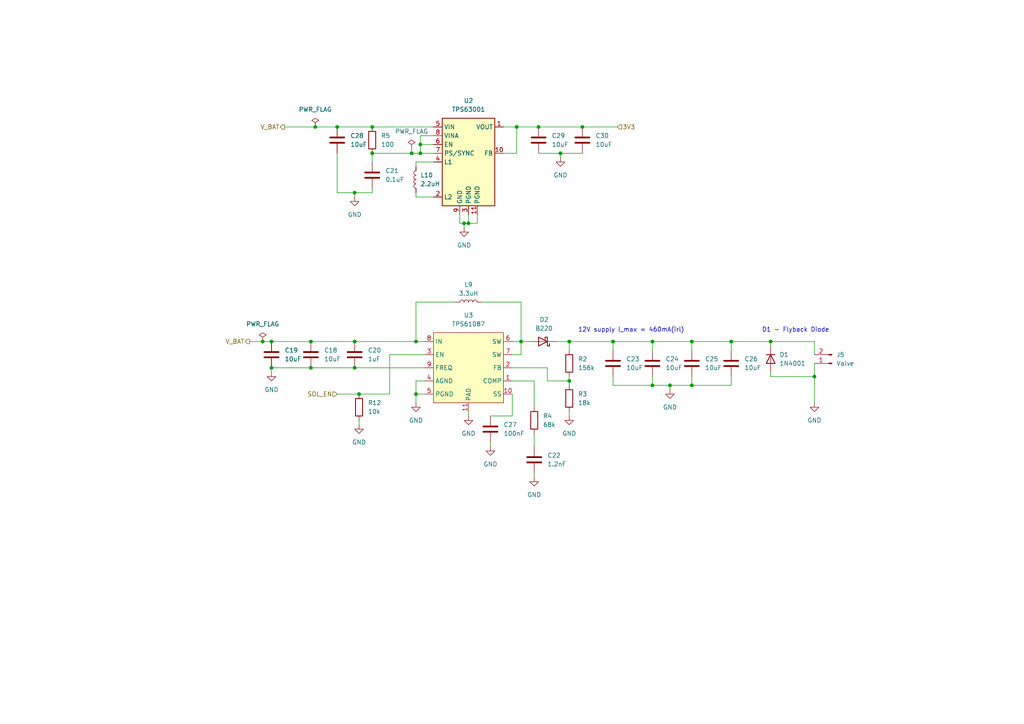
<source format=kicad_sch>
(kicad_sch (version 20230121) (generator eeschema)
  (paper "A4")
  (lib_symbols
    (symbol "Connector:Conn_01x02_Pin" (pin_names (offset 1.016) hide)
      (property "Reference" "J" (at 0 2.54 0))
      (property "Value" "Conn_01x02_Pin" (at 0 -5.08 0))
      (symbol "Conn_01x02_Pin_1_1"
        (polyline (pts (xy 1.27 -2.54) (xy 0.8636 -2.54)) (stroke (width 0.1524)))
        (polyline (pts (xy 1.27 0) (xy 0.8636 0)) (stroke (width 0.1524)))
        (rectangle (start 0.8636 -2.413) (end 0 -2.667) (stroke (width 0.1524)) (fill (type outline)))
        (rectangle (start 0.8636 0.127) (end 0 -0.127) (stroke (width 0.1524)) (fill (type outline)))
        (pin passive line (at 5.08 0 180) (length 3.81) (name "Pin_1") (number "1"))
        (pin passive line (at 5.08 -2.54 180) (length 3.81) (name "Pin_2") (number "2"))
      )
    )
    (symbol "Device:C" (pin_numbers hide) (pin_names (offset 0.254))
      (property "Reference" "C" (at 0.635 2.54 0))
      (property "Value" "C" (at 0.635 -2.54 0))
      (symbol "C_0_1"
        (polyline (pts (xy -2.032 -0.762) (xy 2.032 -0.762)) (stroke (width 0.508)))
        (polyline (pts (xy -2.032 0.762) (xy 2.032 0.762)) (stroke (width 0.508)))
      )
      (symbol "C_1_1"
        (pin passive line (at 0 3.81 270) (length 2.794) (name "~") (number "1"))
        (pin passive line (at 0 -3.81 90) (length 2.794) (name "~") (number "2"))
      )
    )
    (symbol "Device:L" (pin_numbers hide) (pin_names (offset 1.016) hide)
      (property "Reference" "L" (at -1.27 0 90))
      (property "Value" "L" (at 1.905 0 90))
      (symbol "L_0_1"
        (arc (start 0 -2.54) (mid 0.6323 -1.905) (end 0 -1.27))
        (arc (start 0 -1.27) (mid 0.6323 -0.635) (end 0 0))
        (arc (start 0 0) (mid 0.6323 0.635) (end 0 1.27))
        (arc (start 0 1.27) (mid 0.6323 1.905) (end 0 2.54))
      )
      (symbol "L_1_1"
        (pin passive line (at 0 3.81 270) (length 1.27) (name "1") (number "1"))
        (pin passive line (at 0 -3.81 90) (length 1.27) (name "2") (number "2"))
      )
    )
    (symbol "Device:R" (pin_numbers hide) (pin_names (offset 0))
      (property "Reference" "R" (at 2.032 0 90))
      (property "Value" "R" (at 0 0 90))
      (symbol "R_0_1"
        (rectangle (start -1.016 -2.54) (end 1.016 2.54) (stroke (width 0.254)))
      )
      (symbol "R_1_1"
        (pin passive line (at 0 3.81 270) (length 1.27) (name "~") (number "1"))
        (pin passive line (at 0 -3.81 90) (length 1.27) (name "~") (number "2"))
      )
    )
    (symbol "Diode:1N4001" (pin_numbers hide) (pin_names hide)
      (property "Reference" "D" (at 0 2.54 0))
      (property "Value" "1N4001" (at 0 -2.54 0))
      (symbol "1N4001_0_1"
        (polyline (pts (xy -1.27 1.27) (xy -1.27 -1.27)) (stroke (width 0.254)))
        (polyline (pts (xy 1.27 0) (xy -1.27 0)))
        (polyline (pts (xy 1.27 1.27) (xy 1.27 -1.27) (xy -1.27 0) (xy 1.27 1.27)) (stroke (width 0.254)))
      )
      (symbol "1N4001_1_1"
        (pin passive line (at -3.81 0 0) (length 2.54) (name "K") (number "1"))
        (pin passive line (at 3.81 0 180) (length 2.54) (name "A") (number "2"))
      )
    )
    (symbol "Diode:B220" (pin_numbers hide) (pin_names (offset 1.016) hide)
      (property "Reference" "D" (at 0 2.54 0))
      (property "Value" "B220" (at 0 -2.54 0))
      (symbol "B220_0_1"
        (polyline (pts (xy 1.27 0) (xy -1.27 0)))
        (polyline (pts (xy 1.27 1.27) (xy 1.27 -1.27) (xy -1.27 0) (xy 1.27 1.27)) (stroke (width 0.254)))
        (polyline (pts (xy -1.905 0.635) (xy -1.905 1.27) (xy -1.27 1.27) (xy -1.27 -1.27) (xy -0.635 -1.27) (xy -0.635 -0.635)) (stroke (width 0.254)))
      )
      (symbol "B220_1_1"
        (pin passive line (at -3.81 0 0) (length 2.54) (name "K") (number "1"))
        (pin passive line (at 3.81 0 180) (length 2.54) (name "A") (number "2"))
      )
    )
    (symbol "Regulator_Switching:TPS63001"
      (property "Reference" "U2" (at 0 17.78 0))
      (property "Value" "TPS63001" (at 0 15.24 0))
      (symbol "TPS63001_0_1"
        (rectangle (start -7.62 12.7) (end 7.62 -12.7) (stroke (width 0.254)) (fill (type background)))
      )
      (symbol "TPS63001_1_1"
        (pin power_out line (at 10.16 10.16 180) (length 2.54) (name "VOUT") (number "1"))
        (pin input line (at 10.16 2.54 180) (length 2.54) (name "FB") (number "10"))
        (pin passive line (at 2.54 -15.24 90) (length 2.54) (name "PGND") (number "11"))
        (pin input line (at -10.16 -10.16 0) (length 2.54) (name "L2") (number "2"))
        (pin power_in line (at 0 -15.24 90) (length 2.54) (name "PGND") (number "3"))
        (pin input line (at -10.16 0 0) (length 2.54) (name "L1") (number "4"))
        (pin power_in line (at -10.16 10.16 0) (length 2.54) (name "VIN") (number "5"))
        (pin input line (at -10.16 5.08 0) (length 2.54) (name "EN") (number "6"))
        (pin input line (at -10.16 2.54 0) (length 2.54) (name "PS/SYNC") (number "7"))
        (pin power_in line (at -10.16 7.62 0) (length 2.54) (name "VINA") (number "8"))
        (pin power_in line (at -2.54 -15.24 90) (length 2.54) (name "GND") (number "9"))
      )
    )
    (symbol "custom_library:TPS61087"
      (property "Reference" "U3" (at -3.81 26.67 0))
      (property "Value" "TPS61087" (at -3.81 24.13 0))
      (symbol "TPS61087_1_1"
        (rectangle (start -13.97 21.59) (end 6.35 1.27) (fill (type background)))
        (pin input line (at 8.89 7.62 180) (length 2.54) (name "COMP") (number "1"))
        (pin input line (at 8.89 3.81 180) (length 2.54) (name "SS") (number "10"))
        (pin passive line (at -3.81 -1.27 90) (length 2.54) (name "PAD") (number "11"))
        (pin input line (at 8.89 11.43 180) (length 2.54) (name "FB") (number "2"))
        (pin input line (at -16.51 15.24 0) (length 2.54) (name "EN") (number "3"))
        (pin input line (at -16.51 7.62 0) (length 2.54) (name "AGND") (number "4"))
        (pin input line (at -16.51 3.81 0) (length 2.54) (name "PGND") (number "5"))
        (pin input line (at 8.89 19.05 180) (length 2.54) (name "SW") (number "6"))
        (pin input line (at 8.89 15.24 180) (length 2.54) (name "SW") (number "7"))
        (pin power_in line (at -16.51 19.05 0) (length 2.54) (name "IN") (number "8"))
        (pin input line (at -16.51 11.43 0) (length 2.54) (name "FREQ") (number "9"))
      )
    )
    (symbol "power:GND" (power) (pin_names (offset 0))
      (property "Value" "GND" (at 0 -3.81 0))
      (symbol "GND_0_1"
        (polyline (pts (xy 0 0) (xy 0 -1.27) (xy 1.27 -1.27) (xy 0 -2.54) (xy -1.27 -1.27) (xy 0 -1.27)))
      )
      (symbol "GND_1_1"
        (pin power_in line (at 0 0 270) (length 0) hide (name "GND") (number "1"))
      )
    )
    (symbol "power:PWR_FLAG" (power) (pin_numbers hide) (pin_names (offset 0) hide)
      (property "Value" "PWR_FLAG" (at 0 3.81 0))
      (symbol "PWR_FLAG_0_0"
        (pin power_out line (at 0 0 90) (length 0) (name "pwr") (number "1"))
      )
      (symbol "PWR_FLAG_0_1"
        (polyline (pts (xy 0 0) (xy 0 1.27) (xy -1.016 1.905) (xy 0 2.54) (xy 1.016 1.905) (xy 0 1.27)))
      )
    )
  )
  (junction (at 177.8 99.06))
  (junction (at 102.87 99.06))
  (junction (at 107.95 44.45))
  (junction (at 200.66 99.06))
  (junction (at 120.65 114.3))
  (junction (at 90.17 99.06))
  (junction (at 121.92 41.91))
  (junction (at 236.22 109.22))
  (junction (at 97.79 36.83))
  (junction (at 121.92 44.45))
  (junction (at 102.87 106.68))
  (junction (at 134.62 64.77))
  (junction (at 189.23 99.06))
  (junction (at 76.2 99.06))
  (junction (at 149.86 36.83))
  (junction (at 212.09 99.06))
  (junction (at 165.1 99.06))
  (junction (at 200.66 111.76))
  (junction (at 78.74 99.06))
  (junction (at 107.95 36.83))
  (junction (at 151.13 99.06))
  (junction (at 102.87 55.88))
  (junction (at 119.38 44.45))
  (junction (at 78.74 106.68))
  (junction (at 223.52 99.06))
  (junction (at 194.31 111.76))
  (junction (at 162.56 44.45))
  (junction (at 120.65 99.06))
  (junction (at 135.89 64.77))
  (junction (at 90.17 106.68))
  (junction (at 165.1 110.49))
  (junction (at 104.14 114.3))
  (junction (at 156.21 36.83))
  (junction (at 168.91 36.83))
  (junction (at 189.23 111.76))
  (junction (at 91.44 36.83))
  (wire (pts (xy 120.65 99.06) (xy 123.19 99.06)))
  (wire (pts (xy 154.94 125.73) (xy 154.94 129.54)))
  (wire (pts (xy 156.21 36.83) (xy 168.91 36.83)))
  (wire (pts (xy 135.89 119.38) (xy 135.89 120.65)))
  (wire (pts (xy 120.65 110.49) (xy 123.19 110.49)))
  (wire (pts (xy 90.17 99.06) (xy 102.87 99.06)))
  (wire (pts (xy 120.65 87.63) (xy 132.08 87.63)))
  (wire (pts (xy 158.75 106.68) (xy 158.75 110.49)))
  (wire (pts (xy 236.22 109.22) (xy 236.22 116.84)))
  (wire (pts (xy 151.13 99.06) (xy 148.59 99.06)))
  (wire (pts (xy 90.17 106.68) (xy 102.87 106.68)))
  (wire (pts (xy 189.23 111.76) (xy 194.31 111.76)))
  (wire (pts (xy 177.8 101.6) (xy 177.8 99.06)))
  (wire (pts (xy 146.05 44.45) (xy 149.86 44.45)))
  (wire (pts (xy 177.8 111.76) (xy 189.23 111.76)))
  (wire (pts (xy 165.1 111.76) (xy 165.1 110.49)))
  (wire (pts (xy 177.8 99.06) (xy 189.23 99.06)))
  (wire (pts (xy 212.09 99.06) (xy 223.52 99.06)))
  (wire (pts (xy 236.22 99.06) (xy 236.22 102.87)))
  (wire (pts (xy 154.94 110.49) (xy 154.94 118.11)))
  (wire (pts (xy 97.79 36.83) (xy 107.95 36.83)))
  (wire (pts (xy 148.59 102.87) (xy 151.13 102.87)))
  (wire (pts (xy 236.22 105.41) (xy 236.22 109.22)))
  (wire (pts (xy 107.95 55.88) (xy 107.95 54.61)))
  (wire (pts (xy 119.38 43.18) (xy 119.38 44.45)))
  (wire (pts (xy 151.13 87.63) (xy 151.13 99.06)))
  (wire (pts (xy 125.73 44.45) (xy 121.92 44.45)))
  (wire (pts (xy 97.79 114.3) (xy 104.14 114.3)))
  (wire (pts (xy 125.73 46.99) (xy 120.65 46.99)))
  (wire (pts (xy 223.52 107.95) (xy 223.52 109.22)))
  (wire (pts (xy 223.52 109.22) (xy 236.22 109.22)))
  (wire (pts (xy 133.35 62.23) (xy 133.35 64.77)))
  (wire (pts (xy 165.1 99.06) (xy 177.8 99.06)))
  (wire (pts (xy 212.09 101.6) (xy 212.09 99.06)))
  (wire (pts (xy 151.13 99.06) (xy 153.67 99.06)))
  (wire (pts (xy 134.62 66.04) (xy 134.62 64.77)))
  (wire (pts (xy 102.87 57.15) (xy 102.87 55.88)))
  (wire (pts (xy 78.74 106.68) (xy 90.17 106.68)))
  (wire (pts (xy 121.92 44.45) (xy 121.92 41.91)))
  (wire (pts (xy 107.95 44.45) (xy 119.38 44.45)))
  (wire (pts (xy 102.87 99.06) (xy 120.65 99.06)))
  (wire (pts (xy 200.66 109.22) (xy 200.66 111.76)))
  (wire (pts (xy 223.52 100.33) (xy 223.52 99.06)))
  (wire (pts (xy 120.65 110.49) (xy 120.65 114.3)))
  (wire (pts (xy 168.91 36.83) (xy 179.07 36.83)))
  (wire (pts (xy 154.94 110.49) (xy 148.59 110.49)))
  (wire (pts (xy 120.65 114.3) (xy 120.65 116.84)))
  (wire (pts (xy 158.75 110.49) (xy 165.1 110.49)))
  (wire (pts (xy 161.29 99.06) (xy 165.1 99.06)))
  (wire (pts (xy 165.1 120.65) (xy 165.1 119.38)))
  (wire (pts (xy 148.59 114.3) (xy 148.59 120.65)))
  (wire (pts (xy 97.79 44.45) (xy 97.79 55.88)))
  (wire (pts (xy 120.65 57.15) (xy 125.73 57.15)))
  (wire (pts (xy 134.62 64.77) (xy 135.89 64.77)))
  (wire (pts (xy 223.52 99.06) (xy 236.22 99.06)))
  (wire (pts (xy 120.65 114.3) (xy 123.19 114.3)))
  (wire (pts (xy 78.74 107.95) (xy 78.74 106.68)))
  (wire (pts (xy 200.66 101.6) (xy 200.66 99.06)))
  (wire (pts (xy 149.86 36.83) (xy 156.21 36.83)))
  (wire (pts (xy 162.56 44.45) (xy 168.91 44.45)))
  (wire (pts (xy 139.7 87.63) (xy 151.13 87.63)))
  (wire (pts (xy 200.66 99.06) (xy 212.09 99.06)))
  (wire (pts (xy 138.43 62.23) (xy 138.43 64.77)))
  (wire (pts (xy 154.94 138.43) (xy 154.94 137.16)))
  (wire (pts (xy 200.66 111.76) (xy 212.09 111.76)))
  (wire (pts (xy 120.65 46.99) (xy 120.65 48.26)))
  (wire (pts (xy 177.8 109.22) (xy 177.8 111.76)))
  (wire (pts (xy 120.65 87.63) (xy 120.65 99.06)))
  (wire (pts (xy 107.95 44.45) (xy 107.95 46.99)))
  (wire (pts (xy 194.31 111.76) (xy 200.66 111.76)))
  (wire (pts (xy 212.09 109.22) (xy 212.09 111.76)))
  (wire (pts (xy 165.1 99.06) (xy 165.1 101.6)))
  (wire (pts (xy 138.43 64.77) (xy 135.89 64.77)))
  (wire (pts (xy 104.14 121.92) (xy 104.14 123.19)))
  (wire (pts (xy 189.23 109.22) (xy 189.23 111.76)))
  (wire (pts (xy 165.1 109.22) (xy 165.1 110.49)))
  (wire (pts (xy 149.86 44.45) (xy 149.86 36.83)))
  (wire (pts (xy 72.39 99.06) (xy 76.2 99.06)))
  (wire (pts (xy 162.56 44.45) (xy 156.21 44.45)))
  (wire (pts (xy 135.89 64.77) (xy 135.89 62.23)))
  (wire (pts (xy 113.03 114.3) (xy 113.03 102.87)))
  (wire (pts (xy 146.05 36.83) (xy 149.86 36.83)))
  (wire (pts (xy 121.92 39.37) (xy 125.73 39.37)))
  (wire (pts (xy 97.79 55.88) (xy 102.87 55.88)))
  (wire (pts (xy 148.59 106.68) (xy 158.75 106.68)))
  (wire (pts (xy 189.23 101.6) (xy 189.23 99.06)))
  (wire (pts (xy 82.55 36.83) (xy 91.44 36.83)))
  (wire (pts (xy 113.03 102.87) (xy 123.19 102.87)))
  (wire (pts (xy 102.87 55.88) (xy 107.95 55.88)))
  (wire (pts (xy 133.35 64.77) (xy 134.62 64.77)))
  (wire (pts (xy 142.24 120.65) (xy 148.59 120.65)))
  (wire (pts (xy 104.14 114.3) (xy 113.03 114.3)))
  (wire (pts (xy 142.24 129.54) (xy 142.24 128.27)))
  (wire (pts (xy 76.2 99.06) (xy 78.74 99.06)))
  (wire (pts (xy 194.31 113.03) (xy 194.31 111.76)))
  (wire (pts (xy 120.65 55.88) (xy 120.65 57.15)))
  (wire (pts (xy 121.92 41.91) (xy 125.73 41.91)))
  (wire (pts (xy 121.92 41.91) (xy 121.92 39.37)))
  (wire (pts (xy 107.95 36.83) (xy 125.73 36.83)))
  (wire (pts (xy 91.44 36.83) (xy 97.79 36.83)))
  (wire (pts (xy 162.56 45.72) (xy 162.56 44.45)))
  (wire (pts (xy 119.38 44.45) (xy 121.92 44.45)))
  (wire (pts (xy 78.74 99.06) (xy 90.17 99.06)))
  (wire (pts (xy 102.87 106.68) (xy 123.19 106.68)))
  (wire (pts (xy 189.23 99.06) (xy 200.66 99.06)))
  (wire (pts (xy 151.13 102.87) (xy 151.13 99.06)))
  (text "D1 - Flyback Diode\n" (at 220.98 96.52 0) (effects (font (size 1.27 1.27)) (justify left bottom)))
  (text "12V supply I_max = 460mA(irl)" (at 167.64 96.52 0) (effects (font (size 1.27 1.27)) (justify left bottom)))
  (hierarchical_label "3V3" (shape input) (at 179.07 36.83 0))
  (hierarchical_label "V_BAT" (shape output) (at 72.39 99.06 180))
  (hierarchical_label "SOL_EN" (shape input) (at 97.79 114.3 180))
  (hierarchical_label "V_BAT" (shape output) (at 82.55 36.83 180))
  (symbol (lib_id "Device:C") (at 107.95 50.8 0) (unit 1)
    (property "Reference" "C21" (at 111.76 49.53 0) (effects (justify left)))
    (property "Value" "0.1uF" (at 111.76 52.07 0) (effects (justify left)))
    (property "Footprint" "Capacitor_SMD:C_0603_1608Metric_Pad1.08x0.95mm_HandSolder" (effects hide))
  )
  (symbol (lib_id "Device:C") (at 102.87 102.87 0) (unit 1)
    (property "Reference" "C20" (at 106.68 101.6 0) (effects (justify left)))
    (property "Value" "1uF" (at 106.68 104.14 0) (effects (justify left)))
    (property "Footprint" "Capacitor_SMD:C_0603_1608Metric_Pad1.08x0.95mm_HandSolder" (effects hide))
  )
  (symbol (lib_id "power:PWR_FLAG") (at 119.38 43.18 0) (unit 1)
    (property "Reference" "#FLG04" (effects hide))
    (property "Value" "PWR_FLAG" (at 119.38 38.1 0))
  )
  (symbol (lib_id "Device:R") (at 107.95 40.64 0) (unit 1)
    (property "Reference" "R5" (at 110.49 39.37 0) (effects (justify left)))
    (property "Value" "100" (at 110.49 41.91 0) (effects (justify left)))
    (property "Footprint" "Resistor_SMD:R_0603_1608Metric" (effects hide))
  )
  (symbol (lib_id "Device:C") (at 90.17 102.87 0) (unit 1)
    (property "Reference" "C18" (at 93.98 101.6 0) (effects (justify left)))
    (property "Value" "10uF" (at 93.98 104.14 0) (effects (justify left)))
    (property "Footprint" "Capacitor_SMD:C_0603_1608Metric_Pad1.08x0.95mm_HandSolder" (effects hide))
  )
  (symbol (lib_id "Device:R") (at 165.1 105.41 0) (unit 1)
    (property "Reference" "R2" (at 167.64 104.14 0) (effects (justify left)))
    (property "Value" "156k" (at 167.64 106.68 0) (effects (justify left)))
    (property "Footprint" "Resistor_SMD:R_0603_1608Metric" (effects hide))
  )
  (symbol (lib_id "power:GND") (at 78.74 107.95 0) (unit 1)
    (property "Reference" "#PWR018" (effects hide))
    (property "Value" "GND" (at 78.74 113.03 0))
  )
  (symbol (lib_id "power:GND") (at 104.14 123.19 0) (unit 1)
    (property "Reference" "#PWR041" (effects hide))
    (property "Value" "GND" (at 104.14 128.27 0))
  )
  (symbol (lib_id "Device:R") (at 154.94 121.92 0) (unit 1)
    (property "Reference" "R4" (at 157.48 120.65 0) (effects (justify left)))
    (property "Value" "68k" (at 157.48 123.19 0) (effects (justify left)))
    (property "Footprint" "Resistor_SMD:R_0603_1608Metric" (effects hide))
  )
  (symbol (lib_id "Device:L") (at 120.65 52.07 180) (unit 1)
    (property "Reference" "L10" (at 121.92 50.8 0) (effects (justify right)))
    (property "Value" "2.2uH" (at 121.92 53.34 0) (effects (justify right)))
    (property "Footprint" "Inductor_SMD:L_Vishay_IHLP-1212" (effects hide))
    (property "Datasheet" "https://www.tme.eu/ee/details/lqh3npn2r2mjrl/paispoolid-smd-ulejaanud/murata/" (effects hide))
    (property "Part" "LQH3NPN2R2MJRL" (effects hide))
  )
  (symbol (lib_id "Diode:1N4001") (at 223.52 104.14 270) (unit 1)
    (property "Reference" "D1" (at 226.06 102.87 90) (effects (justify left)))
    (property "Value" "1N4001" (at 226.06 105.41 90) (effects (justify left)))
    (property "Footprint" "Diode_THT:D_DO-41_SOD81_P10.16mm_Horizontal" (effects hide))
    (property "Datasheet" "http://www.vishay.com/docs/88503/1n4001.pdf" (effects hide))
    (property "Sim.Device" "D" (effects hide))
    (property "Sim.Pins" "1=K 2=A" (effects hide))
  )
  (symbol (lib_id "Diode:B220") (at 157.48 99.06 180) (unit 1)
    (property "Reference" "D2" (at 157.7975 92.71 0))
    (property "Value" "B220" (at 157.7975 95.25 0))
    (property "Footprint" "Diode_SMD:D_SMB_Handsoldering" (effects hide))
    (property "Datasheet" "https://www.tme.eu/Document/bb0ad7d55580bae654ee430075d5f93f/B220A_B260A.pdf" (effects hide))
    (property "Part" "B220-13-F" (effects hide))
  )
  (symbol (lib_id "power:GND") (at 142.24 129.54 0) (unit 1)
    (property "Reference" "#PWR020" (effects hide))
    (property "Value" "GND" (at 142.24 134.62 0))
  )
  (symbol (lib_id "Connector:Conn_01x02_Pin") (at 241.3 105.41 180) (unit 1)
    (property "Reference" "J5" (at 242.57 102.87 0) (effects (justify right)))
    (property "Value" "Valve" (at 242.57 105.41 0) (effects (justify right)))
    (property "Footprint" "Connector_PinHeader_1.27mm:PinHeader_1x02_P1.27mm_Vertical" (effects hide))
  )
  (symbol (lib_id "power:GND") (at 102.87 57.15 0) (unit 1)
    (property "Reference" "#PWR026" (effects hide))
    (property "Value" "GND" (at 102.87 62.23 0))
  )
  (symbol (lib_id "Device:C") (at 177.8 105.41 0) (unit 1)
    (property "Reference" "C23" (at 181.61 104.14 0) (effects (justify left)))
    (property "Value" "10uF" (at 181.61 106.68 0) (effects (justify left)))
    (property "Footprint" "Capacitor_SMD:C_0603_1608Metric_Pad1.08x0.95mm_HandSolder" (effects hide))
  )
  (symbol (lib_id "power:PWR_FLAG") (at 76.2 99.06 0) (unit 1)
    (property "Reference" "#FLG03" (effects hide))
    (property "Value" "PWR_FLAG" (at 76.2 93.98 0))
  )
  (symbol (lib_id "power:GND") (at 165.1 120.65 0) (unit 1)
    (property "Reference" "#PWR022" (effects hide))
    (property "Value" "GND" (at 165.1 125.73 0))
  )
  (symbol (lib_id "Device:R") (at 165.1 115.57 0) (unit 1)
    (property "Reference" "R3" (at 167.64 114.3 0) (effects (justify left)))
    (property "Value" "18k" (at 167.64 116.84 0) (effects (justify left)))
    (property "Footprint" "Resistor_SMD:R_0603_1608Metric" (effects hide))
  )
  (symbol (lib_id "Device:C") (at 156.21 40.64 0) (unit 1)
    (property "Reference" "C29" (at 160.02 39.37 0) (effects (justify left)))
    (property "Value" "10uF" (at 160.02 41.91 0) (effects (justify left)))
    (property "Footprint" "Capacitor_SMD:C_0603_1608Metric_Pad1.08x0.95mm_HandSolder" (effects hide))
  )
  (symbol (lib_id "Regulator_Switching:TPS63001") (at 135.89 46.99 0) (unit 1)
    (property "Reference" "U2" (at 135.89 29.21 0))
    (property "Value" "TPS63001" (at 135.89 31.75 0))
    (property "Footprint" "Package_SON:Texas_DRC0010J_ThermalVias" (effects hide))
    (property "Datasheet" "http://www.ti.com/lit/ds/symlink/tps63000.pdf" (effects hide))
  )
  (symbol (lib_id "power:GND") (at 134.62 66.04 0) (unit 1)
    (property "Reference" "#PWR024" (effects hide))
    (property "Value" "GND" (at 134.62 71.12 0))
  )
  (symbol (lib_id "Device:C") (at 154.94 133.35 0) (unit 1)
    (property "Reference" "C22" (at 158.75 132.08 0) (effects (justify left)))
    (property "Value" "1.2nF" (at 158.75 134.62 0) (effects (justify left)))
    (property "Footprint" "Capacitor_SMD:C_0603_1608Metric_Pad1.08x0.95mm_HandSolder" (effects hide))
  )
  (symbol (lib_id "Device:C") (at 200.66 105.41 0) (unit 1)
    (property "Reference" "C25" (at 204.47 104.14 0) (effects (justify left)))
    (property "Value" "10uF" (at 204.47 106.68 0) (effects (justify left)))
    (property "Footprint" "Capacitor_SMD:C_0603_1608Metric_Pad1.08x0.95mm_HandSolder" (effects hide))
  )
  (symbol (lib_id "power:GND") (at 194.31 113.03 0) (unit 1)
    (property "Reference" "#PWR023" (effects hide))
    (property "Value" "GND" (at 194.31 118.11 0))
  )
  (symbol (lib_id "Device:C") (at 168.91 40.64 0) (unit 1)
    (property "Reference" "C30" (at 172.72 39.37 0) (effects (justify left)))
    (property "Value" "10uF" (at 172.72 41.91 0) (effects (justify left)))
    (property "Footprint" "Capacitor_SMD:C_0603_1608Metric_Pad1.08x0.95mm_HandSolder" (effects hide))
  )
  (symbol (lib_id "custom_library:TPS61087") (at 139.7 118.11 0) (unit 1)
    (property "Reference" "U3" (at 135.89 91.44 0))
    (property "Value" "TPS61087" (at 135.89 93.98 0))
    (property "Footprint" "Package_SON:Texas_DRC0010J_ThermalVias" (effects hide))
  )
  (symbol (lib_id "power:GND") (at 162.56 45.72 0) (unit 1)
    (property "Reference" "#PWR025" (effects hide))
    (property "Value" "GND" (at 162.56 50.8 0))
  )
  (symbol (lib_id "power:PWR_FLAG") (at 91.44 36.83 0) (unit 1)
    (property "Reference" "#FLG02" (effects hide))
    (property "Value" "PWR_FLAG" (at 91.44 31.75 0))
  )
  (symbol (lib_id "power:GND") (at 236.22 116.84 0) (unit 1)
    (property "Reference" "#PWR017" (effects hide))
    (property "Value" "GND" (at 236.22 121.92 0))
  )
  (symbol (lib_id "Device:C") (at 212.09 105.41 0) (unit 1)
    (property "Reference" "C26" (at 215.9 104.14 0) (effects (justify left)))
    (property "Value" "10uF" (at 215.9 106.68 0) (effects (justify left)))
    (property "Footprint" "Capacitor_SMD:C_0603_1608Metric_Pad1.08x0.95mm_HandSolder" (effects hide))
  )
  (symbol (lib_id "Device:L") (at 135.89 87.63 90) (unit 1)
    (property "Reference" "L9" (at 135.89 82.55 90))
    (property "Value" "3.3uH" (at 135.89 85.09 90))
    (property "Footprint" "custom:HPI0530" (effects hide))
    (property "Datasheet" "https://www.tme.eu/Document/e149c9d15a89ae101acf458935804ce7/HPI0530.pdf" (effects hide))
    (property "Part" "HPI0530-3R3" (effects hide))
  )
  (symbol (lib_id "Device:R") (at 104.14 118.11 0) (unit 1)
    (property "Reference" "R12" (at 106.68 116.84 0) (effects (justify left)))
    (property "Value" "10k" (at 106.68 119.38 0) (effects (justify left)))
    (property "Footprint" "Resistor_SMD:R_0603_1608Metric" (effects hide))
  )
  (symbol (lib_id "Device:C") (at 78.74 102.87 0) (unit 1)
    (property "Reference" "C19" (at 82.55 101.6 0) (effects (justify left)))
    (property "Value" "10uF" (at 82.55 104.14 0) (effects (justify left)))
    (property "Footprint" "Capacitor_SMD:C_0603_1608Metric_Pad1.08x0.95mm_HandSolder" (effects hide))
  )
  (symbol (lib_id "Device:C") (at 97.79 40.64 0) (unit 1)
    (property "Reference" "C28" (at 101.6 39.37 0) (effects (justify left)))
    (property "Value" "10uF" (at 101.6 41.91 0) (effects (justify left)))
    (property "Footprint" "Capacitor_SMD:C_0603_1608Metric_Pad1.08x0.95mm_HandSolder" (effects hide))
  )
  (symbol (lib_id "Device:C") (at 189.23 105.41 0) (unit 1)
    (property "Reference" "C24" (at 193.04 104.14 0) (effects (justify left)))
    (property "Value" "10uF" (at 193.04 106.68 0) (effects (justify left)))
    (property "Footprint" "Capacitor_SMD:C_0603_1608Metric_Pad1.08x0.95mm_HandSolder" (effects hide))
  )
  (symbol (lib_id "power:GND") (at 154.94 138.43 0) (unit 1)
    (property "Reference" "#PWR021" (effects hide))
    (property "Value" "GND" (at 154.94 143.51 0))
  )
  (symbol (lib_id "Device:C") (at 142.24 124.46 0) (unit 1)
    (property "Reference" "C27" (at 146.05 123.19 0) (effects (justify left)))
    (property "Value" "100nF" (at 146.05 125.73 0) (effects (justify left)))
    (property "Footprint" "Capacitor_SMD:C_0603_1608Metric_Pad1.08x0.95mm_HandSolder" (effects hide))
  )
  (symbol (lib_id "power:GND") (at 120.65 116.84 0) (unit 1)
    (property "Reference" "#PWR019" (effects hide))
    (property "Value" "GND" (at 120.65 121.92 0))
  )
  (symbol (lib_id "power:GND") (at 135.89 120.65 0) (unit 1)
    (property "Reference" "#PWR042" (effects hide))
    (property "Value" "GND" (at 135.89 125.73 0))
  )
)
</source>
